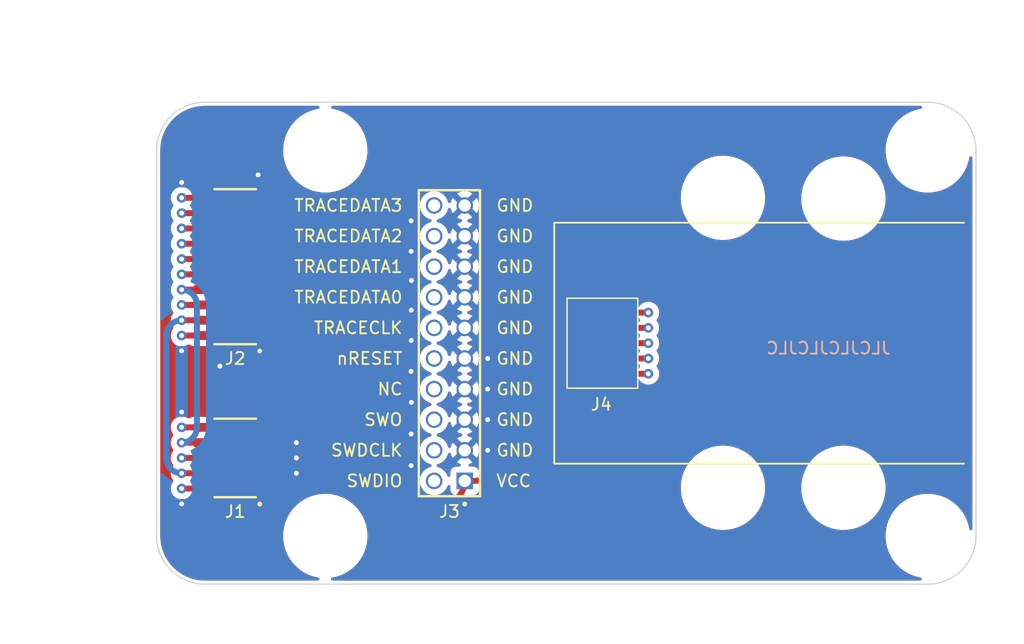
<source format=kicad_pcb>
(kicad_pcb (version 20221018) (generator pcbnew)
  (layers (0 "F.Cu" signal) (1 "In1.Cu" signal) (2 "In2.Cu" signal) (31 "B.Cu" signal) (34 "B.Paste" user) (35 "F.Paste" user) (36 "B.SilkS" user "B.Silkscreen") (37 "F.SilkS" user "F.Silkscreen") (38 "B.Mask" user) (39 "F.Mask" user) (44 "Edge.Cuts" user))
  (net 0 "")
  (net 1 "VCC")
  (net 2 "/SWDIO")
  (net 3 "GND")
  (net 4 "/SWDCLK")
  (net 5 "/SWO")
  (net 6 "/PIN8")
  (net 7 "/nRESET")
  (net 9 "/TRACECLK")
  (net 10 "/TRACEDATA0")
  (net 11 "/TRACEDATA1")
  (net 12 "/TRACEDATA2")
  (net 13 "/TRACEDATA3")
  (footprint "MountingHole:MountingHole_3mm" (layer "F.Cu") (at 140 78)
    (fp_text reference "REF**" hide)
    (fp_text value "MountingHole_3mm")
    (pad "" np_thru_hole circle (at 0 0) (size 3 3) (drill 3) (layers "F&B.Cu" "*.Mask") (clearance 2))
  )
  (footprint "MountingHole:MountingHole_3mm" (layer "F.Cu") (at 97 106)
    (fp_text reference "REF**" hide)
    (fp_text value "MountingHole_3mm")
    (pad "" np_thru_hole circle (at 0 0) (size 3 3) (drill 3) (layers "F&B.Cu" "*.Mask") (clearance 2))
  )
  (footprint "MountingHole:MountingHole_3mm" (layer "F.Cu") (at 130 77.935)
    (fp_text reference "REF**" hide)
    (fp_text value "MountingHole_3mm")
    (pad "" np_thru_hole circle (at 0 0) (size 3 3) (drill 3) (layers "F&B.Cu" "*.Mask") (clearance 2))
  )
  (footprint "Samtec:TSW-110-07-G-D-002" (layer "F.Cu") (at 107.3 90 90)
    (fp_text reference "J3" (at -13.97 0 180) (layer "F.SilkS") (effects (font (thickness 0.154))))
    (fp_text value "TSW-110-07-G-D-002")
    (fp_line (start -12.7 2.54) (end -12.7 -2.54) (stroke (width 0.2)) (layer "F.SilkS"))
    (fp_line (start 12.7 -2.54) (end -12.7 -2.54) (stroke (width 0.2)) (layer "F.SilkS"))
    (fp_line (start 12.7 -2.54) (end 12.7 2.54) (stroke (width 0.2)) (layer "F.SilkS"))
    (fp_line (start 12.7 2.54) (end -12.7 2.54) (stroke (width 0.2)) (layer "F.SilkS"))
    (fp_circle (center -13.35 1.27) (end -13.25 1.27) (stroke (width 0.2)) (fill none) (layer "F.SilkS"))
    (pad "01" thru_hole rect locked (at -11.43 1.27 90) (size 1.37 1.37) (drill 1.02) (layers "*.Cu" "*.Mask") (net 1 "VCC"))
    (pad "02" thru_hole circle locked (at -11.43 -1.27 90) (size 1.37 1.37) (drill 1.02) (layers "*.Cu" "*.Mask") (net 2 "/SWDIO"))
    (pad "03" thru_hole circle locked (at -8.89 1.27 90) (size 1.37 1.37) (drill 1.02) (layers "*.Cu" "*.Mask") (net 3 "GND"))
    (pad "04" thru_hole circle locked (at -8.89 -1.27 90) (size 1.37 1.37) (drill 1.02) (layers "*.Cu" "*.Mask") (net 4 "/SWDCLK"))
    (pad "05" thru_hole circle locked (at -6.35 1.27 90) (size 1.37 1.37) (drill 1.02) (layers "*.Cu" "*.Mask") (net 3 "GND"))
    (pad "06" thru_hole circle locked (at -6.35 -1.27 90) (size 1.37 1.37) (drill 1.02) (layers "*.Cu" "*.Mask") (net 5 "/SWO"))
    (pad "07" thru_hole circle locked (at -3.81 1.27 90) (size 1.37 1.37) (drill 1.02) (layers "*.Cu" "*.Mask") (net 3 "GND"))
    (pad "08" thru_hole circle locked (at -3.81 -1.27 90) (size 1.37 1.37) (drill 1.02) (layers "*.Cu" "*.Mask") (net 6 "/PIN8"))
    (pad "09" thru_hole circle locked (at -1.27 1.27 90) (size 1.37 1.37) (drill 1.02) (layers "*.Cu" "*.Mask") (net 3 "GND"))
    (pad "10" thru_hole circle locked (at -1.27 -1.27 90) (size 1.37 1.37) (drill 1.02) (layers "*.Cu" "*.Mask") (net 7 "/nRESET"))
    (pad "11" thru_hole circle locked (at 1.27 1.27 90) (size 1.37 1.37) (drill 1.02) (layers "*.Cu" "*.Mask") (net 3 "GND"))
    (pad "12" thru_hole circle locked (at 1.27 -1.27 90) (size 1.37 1.37) (drill 1.02) (layers "*.Cu" "*.Mask") (net 9 "/TRACECLK"))
    (pad "13" thru_hole circle locked (at 3.81 1.27 90) (size 1.37 1.37) (drill 1.02) (layers "*.Cu" "*.Mask") (net 3 "GND"))
    (pad "14" thru_hole circle locked (at 3.81 -1.27 90) (size 1.37 1.37) (drill 1.02) (layers "*.Cu" "*.Mask") (net 10 "/TRACEDATA0"))
    (pad "15" thru_hole circle locked (at 6.35 1.27 90) (size 1.37 1.37) (drill 1.02) (layers "*.Cu" "*.Mask") (net 3 "GND"))
    (pad "16" thru_hole circle locked (at 6.35 -1.27 90) (size 1.37 1.37) (drill 1.02) (layers "*.Cu" "*.Mask") (net 11 "/TRACEDATA1"))
    (pad "17" thru_hole circle locked (at 8.89 1.27 90) (size 1.37 1.37) (drill 1.02) (layers "*.Cu" "*.Mask") (net 3 "GND"))
    (pad "18" thru_hole circle locked (at 8.89 -1.27 90) (size 1.37 1.37) (drill 1.02) (layers "*.Cu" "*.Mask") (net 12 "/TRACEDATA2"))
    (pad "19" thru_hole circle locked (at 11.43 1.27 90) (size 1.37 1.37) (drill 1.02) (layers "*.Cu" "*.Mask") (net 3 "GND"))
    (pad "20" thru_hole circle locked (at 11.43 -1.27 90) (size 1.37 1.37) (drill 1.02) (layers "*.Cu" "*.Mask") (net 13 "/TRACEDATA3"))
  )
  (footprint "Samtec:FTSH-110-01-L-DV-007" (layer "F.Cu") (at 89.52 83.65 90)
    (fp_text reference "J2" (at -7.62 0 180) (layer "F.SilkS") (effects (font (thickness 0.154))))
    (fp_text value "FTSH-110-01-L-DV-007-SWD")
    (fp_line (start -6.435 -1.715) (end -6.435 -1.715) (stroke (width 0.2)) (layer "F.SilkS"))
    (fp_line (start -6.435 1.715) (end -6.435 -1.715) (stroke (width 0.2)) (layer "F.SilkS"))
    (fp_line (start -6.435 1.715) (end -6.435 1.715) (stroke (width 0.2)) (layer "F.SilkS"))
    (fp_line (start 6.435 -1.715) (end 6.435 -1.715) (stroke (width 0.2)) (layer "F.SilkS"))
    (fp_line (start 6.435 -1.715) (end 6.435 1.715) (stroke (width 0.2)) (layer "F.SilkS"))
    (fp_line (start 6.435 1.715) (end 6.435 1.715) (stroke (width 0.2)) (layer "F.SilkS"))
    (fp_circle (center -7 2.035) (end -6.9 2.035) (stroke (width 0.2)) (fill none) (layer "F.SilkS"))
    (pad "01" smd rect locked (at -5.715 2.035 90) (size 0.74 2.79) (layers "F.Cu" "F.Paste" "F.Mask") (net 1 "VCC"))
    (pad "02" smd rect locked (at -5.715 -2.035 90) (size 0.74 2.79) (layers "F.Cu" "F.Paste" "F.Mask") (net 2 "/SWDIO"))
    (pad "03" smd rect locked (at -4.445 2.035 90) (size 0.74 2.79) (layers "F.Cu" "F.Paste" "F.Mask") (net 3 "GND"))
    (pad "04" smd rect locked (at -4.445 -2.035 90) (size 0.74 2.79) (layers "F.Cu" "F.Paste" "F.Mask") (net 4 "/SWDCLK"))
    (pad "05" smd rect locked (at -3.175 2.035 90) (size 0.74 2.79) (layers "F.Cu" "F.Paste" "F.Mask") (net 3 "GND"))
    (pad "06" smd rect locked (at -3.175 -2.035 90) (size 0.74 2.79) (layers "F.Cu" "F.Paste" "F.Mask") (net 5 "/SWO"))
    (pad "08" smd rect locked (at -1.905 -2.035 90) (size 0.74 2.79) (layers "F.Cu" "F.Paste" "F.Mask") (net 6 "/PIN8"))
    (pad "09" smd rect locked (at -0.635 2.035 90) (size 0.74 2.79) (layers "F.Cu" "F.Paste" "F.Mask") (net 3 "GND"))
    (pad "10" smd rect locked (at -0.635 -2.035 90) (size 0.74 2.79) (layers "F.Cu" "F.Paste" "F.Mask") (net 7 "/nRESET"))
    (pad "11" smd rect locked (at 0.635 2.035 90) (size 0.74 2.79) (layers "F.Cu" "F.Paste" "F.Mask") (net 3 "GND"))
    (pad "12" smd rect locked (at 0.635 -2.035 90) (size 0.74 2.79) (layers "F.Cu" "F.Paste" "F.Mask") (net 9 "/TRACECLK"))
    (pad "13" smd rect locked (at 1.905 2.035 90) (size 0.74 2.79) (layers "F.Cu" "F.Paste" "F.Mask") (net 3 "GND"))
    (pad "14" smd rect locked (at 1.905 -2.035 90) (size 0.74 2.79) (layers "F.Cu" "F.Paste" "F.Mask") (net 10 "/TRACEDATA0"))
    (pad "15" smd rect locked (at 3.175 2.035 90) (size 0.74 2.79) (layers "F.Cu" "F.Paste" "F.Mask") (net 3 "GND"))
    (pad "16" smd rect locked (at 3.175 -2.035 90) (size 0.74 2.79) (layers "F.Cu" "F.Paste" "F.Mask") (net 11 "/TRACEDATA1"))
    (pad "17" smd rect locked (at 4.445 2.035 90) (size 0.74 2.79) (layers "F.Cu" "F.Paste" "F.Mask") (net 3 "GND"))
    (pad "18" smd rect locked (at 4.445 -2.035 90) (size 0.74 2.79) (layers "F.Cu" "F.Paste" "F.Mask") (net 12 "/TRACEDATA2"))
    (pad "19" smd rect locked (at 5.715 2.035 90) (size 0.74 2.79) (layers "F.Cu" "F.Paste" "F.Mask") (net 3 "GND"))
    (pad "20" smd rect locked (at 5.715 -2.035 90) (size 0.74 2.79) (layers "F.Cu" "F.Paste" "F.Mask") (net 13 "/TRACEDATA3"))
  )
  (footprint "MountingHole:MountingHole_3mm" (layer "F.Cu") (at 140 102)
    (fp_text reference "REF**" hide)
    (fp_text value "MountingHole_3mm")
    (pad "" np_thru_hole circle (at 0 0) (size 3 3) (drill 3) (layers "F&B.Cu" "*.Mask") (clearance 2))
  )
  (footprint "MountingHole:MountingHole_3mm" (layer "F.Cu") (at 147 106)
    (fp_text reference "REF**" hide)
    (fp_text value "MountingHole_3mm")
    (pad "" np_thru_hole circle (at 0 0) (size 3 3) (drill 3) (layers "F&B.Cu" "*.Mask") (clearance 2))
  )
  (footprint "Samtec:FTSH-105-01-L-DV-007" (layer "F.Cu") (at 89.52 99.525 90)
    (fp_text reference "J1" (at -4.445 0 180) (layer "F.SilkS") (effects (font (thickness 0.154))))
    (fp_text value "FTSH-105-01-L-DV-007-SWD")
    (fp_line (start -3.26 -1.715) (end -3.26 -1.715) (stroke (width 0.2)) (layer "F.SilkS"))
    (fp_line (start -3.26 1.715) (end -3.26 -1.715) (stroke (width 0.2)) (layer "F.SilkS"))
    (fp_line (start -3.26 1.715) (end -3.26 1.715) (stroke (width 0.2)) (layer "F.SilkS"))
    (fp_line (start 3.26 -1.715) (end 3.26 -1.715) (stroke (width 0.2)) (layer "F.SilkS"))
    (fp_line (start 3.26 -1.715) (end 3.26 1.715) (stroke (width 0.2)) (layer "F.SilkS"))
    (fp_line (start 3.26 1.715) (end 3.26 1.715) (stroke (width 0.2)) (layer "F.SilkS"))
    (fp_circle (center -3.825 2.035) (end -3.725 2.035) (stroke (width 0.2)) (fill none) (layer "F.SilkS"))
    (pad "01" smd rect locked (at -2.54 2.035 90) (size 0.74 2.79) (layers "F.Cu" "F.Paste" "F.Mask") (net 1 "VCC"))
    (pad "02" smd rect locked (at -2.54 -2.035 90) (size 0.74 2.79) (layers "F.Cu" "F.Paste" "F.Mask") (net 2 "/SWDIO"))
    (pad "03" smd rect locked (at -1.27 2.035 90) (size 0.74 2.79) (layers "F.Cu" "F.Paste" "F.Mask") (net 3 "GND"))
    (pad "04" smd rect locked (at -1.27 -2.035 90) (size 0.74 2.79) (layers "F.Cu" "F.Paste" "F.Mask") (net 4 "/SWDCLK"))
    (pad "05" smd rect locked (at 0 2.035 90) (size 0.74 2.79) (layers "F.Cu" "F.Paste" "F.Mask") (net 3 "GND"))
    (pad "06" smd rect locked (at 0 -2.035 90) (size 0.74 2.79) (layers "F.Cu" "F.Paste" "F.Mask") (net 5 "/SWO"))
    (pad "08" smd rect locked (at 1.27 -2.035 90) (size 0.74 2.79) (layers "F.Cu" "F.Paste" "F.Mask") (net 6 "/PIN8"))
    (pad "09" smd rect locked (at 2.54 2.035 90) (size 0.74 2.79) (layers "F.Cu" "F.Paste" "F.Mask") (net 3 "GND"))
    (pad "10" smd rect locked (at 2.54 -2.035 90) (size 0.74 2.79) (layers "F.Cu" "F.Paste" "F.Mask") (net 7 "/nRESET"))
  )
  (footprint "Samtec:FLE-105-01-XX-DV" (layer "F.Cu") (at 120 90 90)
    (fp_text reference "J4" (at -5.08 -0.094403 180) (layer "F.SilkS") (effects (font (thickness 0.154))))
    (fp_text value "FLE-105-01-XX-DV")
    (fp_line (start -3.7338 -2.9337) (end 3.7338 -2.9337) (stroke (width 0.127)) (layer "F.SilkS"))
    (fp_line (start -3.7338 2.9337) (end -3.7338 -2.9337) (stroke (width 0.127)) (layer "F.SilkS"))
    (fp_line (start 3.7338 -2.9337) (end 3.7338 2.9337) (stroke (width 0.127)) (layer "F.SilkS"))
    (fp_line (start 3.7338 2.9337) (end -3.7338 2.9337) (stroke (width 0.127)) (layer "F.SilkS"))
    (pad "1" smd rect (at -2.54 -1.8415 90) (size 0.7366 1.6764) (layers "F.Cu" "F.Paste" "F.Mask") (net 1 "VCC"))
    (pad "2" smd rect (at -2.54 1.8415 90) (size 0.7366 1.6764) (layers "F.Cu" "F.Paste" "F.Mask") (net 2 "/SWDIO"))
    (pad "3" smd rect (at -1.27 -1.8415 90) (size 0.7366 1.6764) (layers "F.Cu" "F.Paste" "F.Mask") (net 3 "GND"))
    (pad "4" smd rect (at -1.27 1.8415 90) (size 0.7366 1.6764) (layers "F.Cu" "F.Paste" "F.Mask") (net 4 "/SWDCLK"))
    (pad "5" smd rect (at 0 -1.8415 90) (size 0.7366 1.6764) (layers "F.Cu" "F.Paste" "F.Mask") (net 3 "GND"))
    (pad "6" smd rect (at 0 1.8415 90) (size 0.7366 1.6764) (layers "F.Cu" "F.Paste" "F.Mask") (net 5 "/SWO"))
    (pad "7" smd rect (at 1.27 -1.8415 90) (size 0.7366 1.6764) (layers "F.Cu" "F.Paste" "F.Mask"))
    (pad "8" smd rect (at 1.27 1.8415 90) (size 0.7366 1.6764) (layers "F.Cu" "F.Paste" "F.Mask") (net 6 "/PIN8"))
    (pad "9" smd rect (at 2.54 -1.8415 90) (size 0.7366 1.6764) (layers "F.Cu" "F.Paste" "F.Mask") (net 3 "GND"))
    (pad "10" smd rect (at 2.54 1.8415 90) (size 0.7366 1.6764) (layers "F.Cu" "F.Paste" "F.Mask") (net 7 "/nRESET"))
  )
  (footprint "MountingHole:MountingHole_3mm" (layer "F.Cu") (at 147 74)
    (fp_text reference "REF**" hide)
    (fp_text value "MountingHole_3mm")
    (pad "" np_thru_hole circle (at 0 0) (size 3 3) (drill 3) (layers "F&B.Cu" "*.Mask") (clearance 2))
  )
  (footprint "MountingHole:MountingHole_3mm" (layer "F.Cu") (at 97 74)
    (fp_text reference "REF**" hide)
    (fp_text value "MountingHole_3mm")
    (pad "" np_thru_hole circle (at 0 0) (size 3 3) (drill 3) (layers "F&B.Cu" "*.Mask") (clearance 2))
  )
  (footprint "MountingHole:MountingHole_3mm" (layer "F.Cu") (at 130 102)
    (fp_text reference "REF**" hide)
    (fp_text value "MountingHole_3mm")
    (pad "" np_thru_hole circle (at 0 0) (size 3 3) (drill 3) (layers "F&B.Cu" "*.Mask") (clearance 2))
  )
  (gr_line (start 116 100) (end 150 100) (stroke (width 0.15)) (layer "F.SilkS"))
  (gr_line (start 116 80) (end 116 100) (stroke (width 0.15)) (layer "F.SilkS"))
  (gr_line (start 150 80) (end 116 80) (stroke (width 0.15)) (layer "F.SilkS"))
  (gr_arc (start 83 74) (mid 84.171573 71.171573) (end 87 70) (stroke (width 0.1)) (layer "Edge.Cuts"))
  (gr_arc (start 147 70) (mid 149.828427 71.171573) (end 151 74) (stroke (width 0.1)) (layer "Edge.Cuts"))
  (gr_arc (start 87 110) (mid 84.171573 108.828427) (end 83 106) (stroke (width 0.1)) (layer "Edge.Cuts"))
  (gr_line (start 147 110) (end 87 110) (stroke (width 0.1)) (layer "Edge.Cuts"))
  (gr_line (start 151 74) (end 151 106) (stroke (width 0.1)) (layer "Edge.Cuts"))
  (gr_arc (start 151 106) (mid 149.828427 108.828427) (end 147 110) (stroke (width 0.1)) (layer "Edge.Cuts"))
  (gr_line (start 87 70) (end 147 70) (stroke (width 0.1)) (layer "Edge.Cuts"))
  (gr_line (start 83 106) (end 83 74) (stroke (width 0.1)) (layer "Edge.Cuts"))
  (gr_text "JLCJLCJLCJLC" (at 144 91) (layer "B.SilkS") (effects (font (size 1 1) (thickness 0.154)) (justify left bottom mirror)))
  (gr_text "GND" (at 111.11 93.81) (layer "F.SilkS") (effects (font (size 1 1) (thickness 0.154)) (justify left)))
  (gr_text "GND" (at 111.11 83.65) (layer "F.SilkS") (effects (font (size 1 1) (thickness 0.154)) (justify left)))
  (gr_text "NC" (at 103.49 93.81) (layer "F.SilkS") (effects (font (size 1 1) (thickness 0.154)) (justify right)))
  (gr_text "GND" (at 111.11 78.57) (layer "F.SilkS") (effects (font (size 1 1) (thickness 0.154)) (justify left)))
  (gr_text "GND" (at 111.11 96.35) (layer "F.SilkS") (effects (font (size 1 1) (thickness 0.154)) (justify left)))
  (gr_text "GND" (at 111.11 98.89) (layer "F.SilkS") (effects (font (size 1 1) (thickness 0.154)) (justify left)))
  (gr_text "GND" (at 111.11 86.19) (layer "F.SilkS") (effects (font (size 1 1) (thickness 0.154)) (justify left)))
  (gr_text "TRACEDATA3" (at 103.49 78.57) (layer "F.SilkS") (effects (font (size 1 1) (thickness 0.154)) (justify right)))
  (gr_text "nRESET" (at 103.49 91.27) (layer "F.SilkS") (effects (font (size 1 1) (thickness 0.154)) (justify right)))
  (gr_text "VCC" (at 111.11 101.43) (layer "F.SilkS") (effects (font (size 1 1) (thickness 0.154)) (justify left)))
  (gr_text "TRACEDATA1" (at 103.49 83.65) (layer "F.SilkS") (effects (font (size 1 1) (thickness 0.154)) (justify right)))
  (gr_text "TRACECLK" (at 103.49 88.73) (layer "F.SilkS") (effects (font (size 1 1) (thickness 0.154)) (justify right)))
  (gr_text "GND" (at 111.11 88.73) (layer "F.SilkS") (effects (font (size 1 1) (thickness 0.154)) (justify left)))
  (gr_text "GND" (at 111.11 91.27) (layer "F.SilkS") (effects (font (size 1 1) (thickness 0.154)) (justify left)))
  (gr_text "SWO" (at 103.49 96.35) (layer "F.SilkS") (effects (font (size 1 1) (thickness 0.154)) (justify right)))
  (gr_text "TRACEDATA2" (at 103.49 81.11) (layer "F.SilkS") (effects (font (size 1 1) (thickness 0.154)) (justify right)))
  (gr_text "SWDCLK" (at 103.49 98.89) (layer "F.SilkS") (effects (font (size 1 1) (thickness 0.154)) (justify right)))
  (gr_text "TRACEDATA0" (at 103.49 86.19) (layer "F.SilkS") (effects (font (size 1 1) (thickness 0.154)) (justify right)))
  (gr_text "GND" (at 111.11 81.11) (layer "F.SilkS") (effects (font (size 1 1) (thickness 0.154)) (justify left)))
  (gr_text "SWDIO" (at 103.49 101.43) (layer "F.SilkS") (effects (font (size 1 1) (thickness 0.154)) (justify right)))
  (segment (start 91.555 102.065) (end 93.175924 102.065) (width 0.5) (layer "F.Cu") (net 1))
  (segment (start 113.65 96.985) (end 113.65 95.92962) (width 0.5) (layer "F.Cu") (net 1))
  (segment (start 97.775 94.445) (end 97.775 100.16) (width 0.5) (layer "F.Cu") (net 1))
  (segment (start 109.205 101.43) (end 108.57 101.43) (width 0.5) (layer "F.Cu") (net 1))
  (segment (start 118.095 92.54) (end 117.03962 92.54) (width 0.5) (layer "F.Cu") (net 1))
  (segment (start 118.1585 92.54) (end 118.095 92.54) (width 0.5) (layer "F.Cu") (net 1))
  (segment (start 91.555 89.365) (end 92.695 89.365) (width 0.5) (layer "F.Cu") (net 1))
  (segment (start 106.665 103.335) (end 105.440128 103.335) (width 0.5) (layer "F.Cu") (net 1))
  (arc (start 92.695 89.365) (mid 96.287102 90.852898) (end 97.775 94.445) (width 0.5) (layer "F.Cu") (net 1))
  (arc (start 108.57 101.43) (mid 108.012038 102.777038) (end 106.665 103.335) (width 0.5) (layer "F.Cu") (net 1))
  (arc (start 113.65 96.985) (mid 112.34809 100.12809) (end 109.205 101.43) (width 0.5) (layer "F.Cu") (net 1))
  (arc (start 105.440128 103.335) (mid 101.291791 102.509844) (end 97.775 100.16) (width 0.5) (layer "F.Cu") (net 1))
  (arc (start 93.175924 102.065) (mid 95.664926 101.569907) (end 97.775 100.16) (width 0.5) (layer "F.Cu") (net 1))
  (arc (start 117.03962 92.54) (mid 114.642797 93.532797) (end 113.65 95.92962) (width 0.5) (layer "F.Cu") (net 1))
  (segment (start 87.485 89.365) (end 85.075 89.365) (width 0.5) (layer "F.Cu") (net 2))
  (segment (start 121.8415 92.54) (end 123.81 92.54) (width 0.5) (layer "F.Cu") (net 2))
  (segment (start 87.485 102.065) (end 85.075 102.065) (width 0.5) (layer "F.Cu") (net 2))
  (via (at 123.81 92.54) (size 0.8) (drill 0.4) (layers "F.Cu" "B.Cu") (net 2))
  (via (at 85.075 89.365) (size 0.8) (drill 0.4) (layers "F.Cu" "B.Cu") (net 2))
  (via (at 85.075 102.065) (size 0.8) (drill 0.4) (layers "F.Cu" "B.Cu") (net 2))
  (via (at 104.134244 87.256628) (size 0.8) (drill 0.4) (layers "F.Cu" "B.Cu") (net 3))
  (via (at 104.115755 92.340925) (size 0.8) (drill 0.4) (layers "F.Cu" "B.Cu") (net 3))
  (via (at 104.125 82.38) (size 0.8) (drill 0.4) (layers "F.Cu" "B.Cu") (net 3))
  (via (at 110.475 91.27) (size 0.8) (drill 0.4) (layers "F.Cu" "B.Cu") (net 3))
  (via (at 85.075 103.335) (size 0.8) (drill 0.4) (layers "F.Cu" "B.Cu") (net 3))
  (via (at 104.124999 97.536153) (size 0.8) (drill 0.4) (layers "F.Cu" "B.Cu") (net 3))
  (via (at 85.075 76.665) (size 0.8) (drill 0.4) (layers "F.Cu" "B.Cu") (net 3))
  (via (at 104.152732 84.797676) (size 0.8) (drill 0.4) (layers "F.Cu" "B.Cu") (net 3))
  (via (at 91.425 76.03) (size 0.8) (drill 0.4) (layers "F.Cu" "B.Cu") (net 3))
  (via (at 104.134244 89.771044) (size 0.8) (drill 0.4) (layers "F.Cu" "B.Cu") (net 3))
  (via (at 88.25 91.905) (size 0.8) (drill 0.4) (layers "F.Cu" "B.Cu") (net 3))
  (via (at 85.075 90.635) (size 0.8) (drill 0.4) (layers "F.Cu" "B.Cu") (net 3))
  (via (at 110.475 98.89) (size 0.8) (drill 0.4) (layers "F.Cu" "B.Cu") (net 3))
  (via (at 104.125 79.84) (size 0.8) (drill 0.4) (layers "F.Cu" "B.Cu") (net 3))
  (via (at 94.6 99.525) (size 0.8) (drill 0.4) (layers "F.Cu" "B.Cu") (net 3))
  (via (at 110.475 93.81) (size 0.8) (drill 0.4) (layers "F.Cu" "B.Cu") (net 3))
  (via (at 85.075 95.715) (size 0.8) (drill 0.4) (layers "F.Cu" "B.Cu") (net 3))
  (via (at 94.6 98.255) (size 0.8) (drill 0.4) (layers "F.Cu" "B.Cu") (net 3))
  (via (at 104.143488 94.910807) (size 0.8) (drill 0.4) (layers "F.Cu" "B.Cu") (net 3))
  (via (at 104.125 100.16) (size 0.8) (drill 0.4) (layers "F.Cu" "B.Cu") (net 3))
  (via (at 110.475 96.35) (size 0.8) (drill 0.4) (layers "F.Cu" "B.Cu") (net 3))
  (via (at 94.6 100.795) (size 0.8) (drill 0.4) (layers "F.Cu" "B.Cu") (net 3))
  (segment (start 121.8415 91.27) (end 123.81 91.27) (width 0.5) (layer "F.Cu") (net 4))
  (segment (start 87.485 88.095) (end 85.075 88.095) (width 0.5) (layer "F.Cu") (net 4))
  (segment (start 87.485 100.795) (end 85.075 100.795) (width 0.5) (layer "F.Cu") (net 4))
  (via (at 123.81 91.27) (size 0.8) (drill 0.4) (layers "F.Cu" "B.Cu") (net 4))
  (via (at 85.075 88.095) (size 0.8) (drill 0.4) (layers "F.Cu" "B.Cu") (net 4))
  (via (at 85.075 100.795) (size 0.8) (drill 0.4) (layers "F.Cu" "B.Cu") (net 4))
  (segment (start 83.805 99.525) (end 83.805 89.365) (width 0.5) (layer "B.Cu") (net 4))
  (arc (start 85.075 100.795) (mid 84.176974 100.423026) (end 83.805 99.525) (width 0.5) (layer "B.Cu") (net 4))
  (arc (start 83.805 89.365) (mid 84.176974 88.466974) (end 85.075 88.095) (width 0.5) (layer "B.Cu") (net 4))
  (segment (start 87.485 86.825) (end 85.075 86.825) (width 0.5) (layer "F.Cu") (net 5))
  (segment (start 87.485 99.525) (end 85.075 99.525) (width 0.5) (layer "F.Cu") (net 5))
  (segment (start 121.8415 90) (end 123.81 90) (width 0.5) (layer "F.Cu") (net 5))
  (via (at 123.81 90) (size 0.8) (drill 0.4) (layers "F.Cu" "B.Cu") (net 5))
  (via (at 85.075 86.825) (size 0.8) (drill 0.4) (layers "F.Cu" "B.Cu") (net 5))
  (via (at 85.075 99.525) (size 0.8) (drill 0.4) (layers "F.Cu" "B.Cu") (net 5))
  (segment (start 121.8415 88.73) (end 123.81 88.73) (width 0.5) (layer "F.Cu") (net 6))
  (segment (start 87.485 85.555) (end 85.075 85.555) (width 0.5) (layer "F.Cu") (net 6))
  (segment (start 87.485 98.255) (end 85.075 98.255) (width 0.5) (layer "F.Cu") (net 6))
  (via (at 123.81 88.73) (size 0.8) (drill 0.4) (layers "F.Cu" "B.Cu") (net 6))
  (via (at 85.075 98.255) (size 0.8) (drill 0.4) (layers "F.Cu" "B.Cu") (net 6))
  (via (at 85.075 85.555) (size 0.8) (drill 0.4) (layers "F.Cu" "B.Cu") (net 6))
  (segment (start 86.345 96.985) (end 86.345 86.825) (width 0.5) (layer "B.Cu") (net 6))
  (arc (start 86.345 86.825) (mid 85.973026 85.926974) (end 85.075 85.555) (width 0.5) (layer "B.Cu") (net 6))
  (arc (start 85.075 98.255) (mid 85.973026 97.883026) (end 86.345 96.985) (width 0.5) (layer "B.Cu") (net 6))
  (segment (start 121.8415 87.46) (end 123.81 87.46) (width 0.5) (layer "F.Cu") (net 7))
  (segment (start 87.485 84.285) (end 85.075 84.285) (width 0.5) (layer "F.Cu") (net 7))
  (segment (start 87.485 96.985) (end 85.075 96.985) (width 0.5) (layer "F.Cu") (net 7))
  (via (at 85.075 96.985) (size 0.8) (drill 0.4) (layers "F.Cu" "B.Cu") (net 7))
  (via (at 85.075 84.285) (size 0.8) (drill 0.4) (layers "F.Cu" "B.Cu") (net 7))
  (via (at 123.81 87.46) (size 0.8) (drill 0.4) (layers "F.Cu" "B.Cu") (net 7))
  (segment (start 87.485 83.015) (end 85.075 83.015) (width 0.5) (layer "F.Cu") (net 9))
  (via (at 85.075 83.015) (size 0.8) (drill 0.4) (layers "F.Cu" "B.Cu") (net 9))
  (segment (start 87.485 81.745) (end 85.075 81.745) (width 0.5) (layer "F.Cu") (net 10))
  (via (at 85.075 81.745) (size 0.8) (drill 0.4) (layers "F.Cu" "B.Cu") (net 10))
  (segment (start 87.485 80.475) (end 85.075 80.475) (width 0.5) (layer "F.Cu") (net 11))
  (via (at 85.075 80.475) (size 0.8) (drill 0.4) (layers "F.Cu" "B.Cu") (net 11))
  (segment (start 87.485 79.205) (end 85.075 79.205) (width 0.5) (layer "F.Cu") (net 12))
  (via (at 85.075 79.205) (size 0.8) (drill 0.4) (layers "F.Cu" "B.Cu") (net 12))
  (segment (start 87.485 77.935) (end 85.075 77.935) (width 0.5) (layer "F.Cu") (net 13))
  (via (at 85.075 77.935) (size 0.8) (drill 0.4) (layers "F.Cu" "B.Cu") (net 13))
  (zone (net 3) (net_name "GND") (layer "F.Cu") (connect_pads (clearance 0.5)) (min_thickness 0.25) (fill yes (thermal_gap 0.5) (thermal_bridge_width 0.5))
    (polygon (pts (xy 70 65) (xy 152 65) (xy 152 112) (xy 70 112)))
  )
  (zone (net 3) (net_name "GND") (layer "B.Cu") (priority 1) (connect_pads (clearance 0.5)) (min_thickness 0.25) (fill yes (thermal_gap 0.5) (thermal_bridge_width 0.5))
    (polygon (pts (xy 73 68) (xy 155 68) (xy 155 115) (xy 73 115)))
  )
)
</source>
